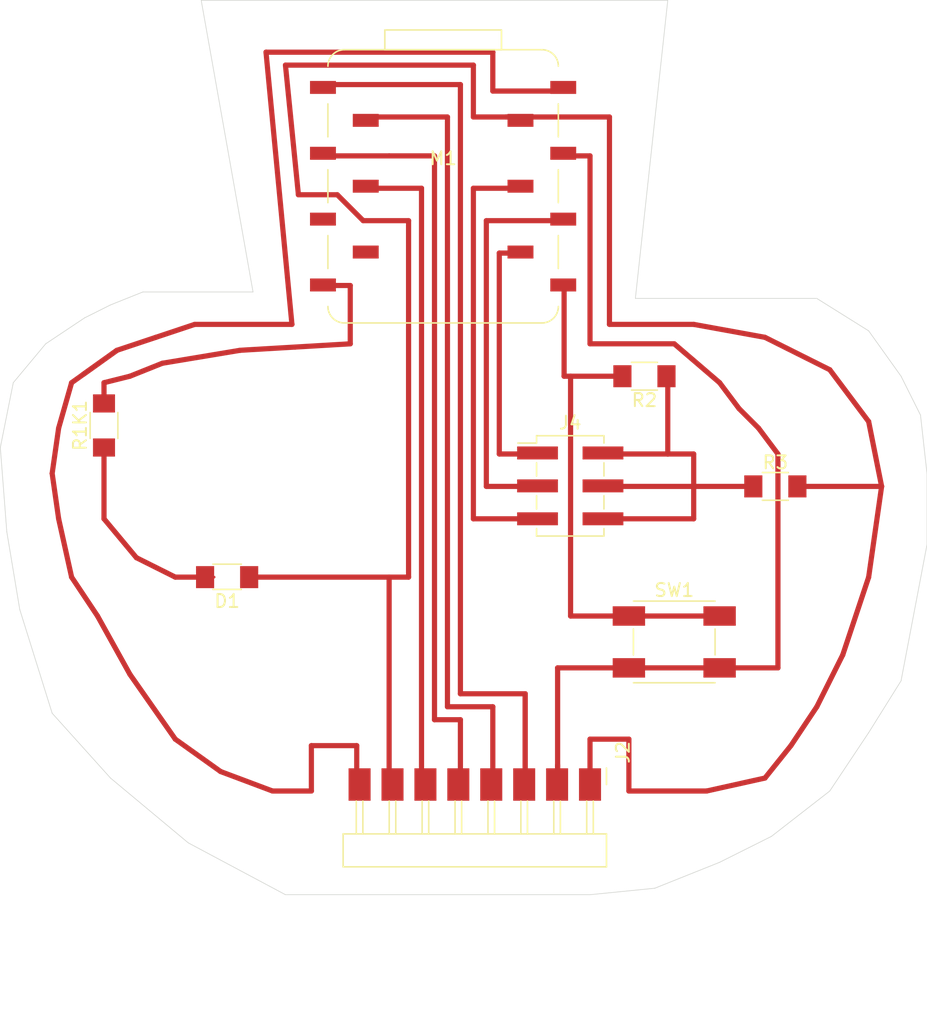
<source format=kicad_pcb>
(kicad_pcb (version 20240108) (generator "pcbnew") (generator_version "8.0")
  (layers (0 "F.Cu" signal) (31 "B.Cu" signal) (34 "B.Paste" user) (35 "F.Paste" user) (36 "B.SilkS" user "B.Silkscreen") (37 "F.SilkS" user "F.Silkscreen") (38 "B.Mask" user) (39 "F.Mask" user) (44 "Edge.Cuts" user))
  (net 0 "")
  (net 1 "Net-(D1-A)")
  (net 2 "PWR_GND")
  (net 3 "A0")
  (net 4 "A2")
  (net 5 "A3")
  (net 6 "PWR_5V")
  (net 7 "PWR_3V3")
  (net 8 "A1")
  (net 9 "A10")
  (net 10 "A9")
  (net 11 "A8")
  (net 12 "A7")
  (net 14 "A6")
  (footprint "fab:R_1206" (layer "F.Cu") (at 115 112.8 90)
    (property "Reference" "R1K1" (at 0 -1.85 270) (layer "F.SilkS"))
    (property "Value" "R_1206")
    (fp_line (start -1 -1.07) (end 1 -1.07) (stroke (width 0.12)) (layer "F.SilkS"))
    (fp_line (start 1 1.07) (end -1 1.07) (stroke (width 0.12)) (layer "F.SilkS"))
    (pad "1" smd rect (at -1.7 0 90) (size 1.4 1.7) (layers "F.Cu" "F.Paste" "F.Mask") (net 1 "Net-(D1-A)"))
    (pad "2" smd rect (at 1.7 0 90) (size 1.4 1.7) (layers "F.Cu" "F.Paste" "F.Mask") (net 14 "A6"))
  )
  (footprint "fab:PinHeader_2x03_P2.54mm_Vertical_SMD" (layer "F.Cu") (at 150.975 117.46)
    (property "Reference" "J4" (at 0 -4.87 0) (layer "F.SilkS"))
    (property "Value" "Conn_PinHeader_2x03_P2.54mm_Vertical_SMD")
    (fp_line (start -4.04 -3.3) (end -2.6 -3.3) (stroke (width 0.12)) (layer "F.SilkS"))
    (fp_line (start -2.6 -3.87) (end -2.6 -3.3) (stroke (width 0.12)) (layer "F.SilkS"))
    (fp_line (start -2.6 -3.87) (end 2.6 -3.87) (stroke (width 0.12)) (layer "F.SilkS"))
    (fp_line (start -2.6 -1.78) (end -2.6 -0.76) (stroke (width 0.12)) (layer "F.SilkS"))
    (fp_line (start -2.6 0.76) (end -2.6 1.78) (stroke (width 0.12)) (layer "F.SilkS"))
    (fp_line (start -2.6 3.3) (end -2.6 3.87) (stroke (width 0.12)) (layer "F.SilkS"))
    (fp_line (start -2.6 3.87) (end 2.6 3.87) (stroke (width 0.12)) (layer "F.SilkS"))
    (fp_line (start 2.6 -3.87) (end 2.6 -3.3) (stroke (width 0.12)) (layer "F.SilkS"))
    (fp_line (start 2.6 -1.78) (end 2.6 -0.76) (stroke (width 0.12)) (layer "F.SilkS"))
    (fp_line (start 2.6 0.76) (end 2.6 1.78) (stroke (width 0.12)) (layer "F.SilkS"))
    (fp_line (start 2.6 3.3) (end 2.6 3.87) (stroke (width 0.12)) (layer "F.SilkS"))
    (pad "1" smd rect (at -2.525 -2.54) (size 3.15 1) (layers "F.Cu" "F.Paste" "F.Mask") (net 11 "A8"))
    (pad "2" smd rect (at 2.525 -2.54) (size 3.15 1) (layers "F.Cu" "F.Paste" "F.Mask") (net 2 "PWR_GND"))
    (pad "3" smd rect (at -2.525 0) (size 3.15 1) (layers "F.Cu" "F.Paste" "F.Mask") (net 10 "A9"))
    (pad "4" smd rect (at 2.525 0) (size 3.15 1) (layers "F.Cu" "F.Paste" "F.Mask") (net 2 "PWR_GND"))
    (pad "5" smd rect (at -2.525 2.54) (size 3.15 1) (layers "F.Cu" "F.Paste" "F.Mask") (net 9 "A10"))
    (pad "6" smd rect (at 2.525 2.54) (size 3.15 1) (layers "F.Cu" "F.Paste" "F.Mask") (net 2 "PWR_GND"))
  )
  (footprint "fab:Button_Omron_B3SN_6.0x6.0mm" (layer "F.Cu") (at 159 129.5)
    (property "Reference" "SW1" (at 0 -4 360) (layer "F.SilkS"))
    (property "Value" "Switch_Tactile_Omron")
    (fp_line (start -3.15 -3.15) (end 3.15 -3.15) (stroke (width 0.12)) (layer "F.SilkS"))
    (fp_line (start -3.15 1) (end -3.15 -1) (stroke (width 0.12)) (layer "F.SilkS"))
    (fp_line (start 3.15 -1) (end 3.15 1) (stroke (width 0.12)) (layer "F.SilkS"))
    (fp_line (start 3.15 3.15) (end -3.15 3.15) (stroke (width 0.12)) (layer "F.SilkS"))
    (pad "1" smd rect (at -3.5 -2) (size 2.5 1.5) (layers "F.Cu" "F.Paste" "F.Mask") (net 12 "A7"))
    (pad "1" smd rect (at 3.5 -2) (size 2.5 1.5) (layers "F.Cu" "F.Paste" "F.Mask") (net 12 "A7"))
    (pad "2" smd rect (at -3.5 2) (size 2.5 1.5) (layers "F.Cu" "F.Paste" "F.Mask") (net 7 "PWR_3V3"))
    (pad "2" smd rect (at 3.5 2) (size 2.5 1.5) (layers "F.Cu" "F.Paste" "F.Mask") (net 7 "PWR_3V3"))
  )
  (footprint "fab:SeeedStudio_XIAO_SocketSMD" (layer "F.Cu") (at 141.165 94.34)
    (property "Reference" "M1" (at 0.0025 -2.149 0) (layer "F.SilkS"))
    (property "Value" "Module_XIAO-RP2040_SocketSMD")
    (fp_line (start -8.89 -6.35) (end -8.89 -3.81) (stroke (width 0.12)) (layer "F.SilkS"))
    (fp_line (start -8.89 -1.27) (end -8.89 1.27) (stroke (width 0.12)) (layer "F.SilkS"))
    (fp_line (start -8.89 3.81) (end -8.89 6.35) (stroke (width 0.12)) (layer "F.SilkS"))
    (fp_line (start -7.6175 -10.531) (end 7.6225 -10.531) (stroke (width 0.12)) (layer "F.SilkS"))
    (fp_line (start 7.6225 10.551) (end -7.6175 10.551) (stroke (width 0.12)) (layer "F.SilkS"))
    (fp_line (start 8.89 -6.35) (end 8.89 -3.81) (stroke (width 0.12)) (layer "F.SilkS"))
    (fp_line (start 8.89 -1.27) (end 8.89 1.27) (stroke (width 0.12)) (layer "F.SilkS"))
    (fp_line (start 8.89 3.81) (end 8.89 6.35) (stroke (width 0.12)) (layer "F.SilkS"))
    (fp_rect (start -4.4975 -10.531) (end 4.5025 -12.055) (stroke (width 0.12)) (fill none) (layer "F.SilkS"))
    (fp_arc (start -8.8875 -9.261) (mid -8.515526 -10.159026) (end -7.6175 -10.531) (stroke (width 0.12)) (layer "F.SilkS"))
    (fp_arc (start -7.6175 10.551) (mid -8.515526 10.179026) (end -8.8875 9.281) (stroke (width 0.12)) (layer "F.SilkS"))
    (fp_arc (start 7.6225 -10.531) (mid 8.520526 -10.159026) (end 8.8925 -9.261) (stroke (width 0.12)) (layer "F.SilkS"))
    (fp_arc (start 8.8925 9.281) (mid 8.520526 10.179026) (end 7.6225 10.551) (stroke (width 0.12)) (layer "F.SilkS"))
    (pad "1" smd rect (at -9.27 -7.62) (size 2 1) (layers "F.Cu" "F.Paste" "F.Mask") (net 3 "A0"))
    (pad "2" smd rect (at -5.97 -5.08) (size 2 1) (layers "F.Cu" "F.Paste" "F.Mask") (net 8 "A1"))
    (pad "3" smd rect (at -9.27 -2.54) (size 2 1) (layers "F.Cu" "F.Paste" "F.Mask") (net 4 "A2"))
    (pad "4" smd rect (at -5.97 0) (size 2 1) (layers "F.Cu" "F.Paste" "F.Mask") (net 5 "A3"))
    (pad "5" smd rect (at -9.27 2.54) (size 2 1) (layers "F.Cu" "F.Paste" "F.Mask"))
    (pad "6" smd rect (at -5.97 5.08) (size 2 1) (layers "F.Cu" "F.Paste" "F.Mask"))
    (pad "7" smd rect (at -9.27 7.62) (size 2 1) (layers "F.Cu" "F.Paste" "F.Mask") (net 14 "A6"))
    (pad "8" smd rect (at 9.27 7.62) (size 2 1) (layers "F.Cu" "F.Paste" "F.Mask") (net 12 "A7"))
    (pad "9" smd rect (at 5.97 5.08) (size 2 1) (layers "F.Cu" "F.Paste" "F.Mask") (net 11 "A8"))
    (pad "10" smd rect (at 9.27 2.54) (size 2 1) (layers "F.Cu" "F.Paste" "F.Mask") (net 10 "A9"))
    (pad "11" smd rect (at 5.97 0) (size 2 1) (layers "F.Cu" "F.Paste" "F.Mask") (net 9 "A10"))
    (pad "12" smd rect (at 9.27 -2.54) (size 2 1) (layers "F.Cu" "F.Paste" "F.Mask") (net 7 "PWR_3V3"))
    (pad "13" smd rect (at 5.97 -5.08) (size 2 1) (layers "F.Cu" "F.Paste" "F.Mask") (net 2 "PWR_GND"))
    (pad "14" smd rect (at 9.27 -7.62) (size 2 1) (layers "F.Cu" "F.Paste" "F.Mask") (net 6 "PWR_5V"))
  )
  (footprint "fab:PinHeader_1x08_P2.54mm_Horizontal_SMD" (layer "F.Cu") (at 152.5 140.5 -90)
    (property "Reference" "J2" (at -1.524 -2.54 90) (layer "F.SilkS") (effects (justify left)))
    (property "Value" "Conn_PinHeader_1x08_P2.54mm_Horizontal_SMD")
    (fp_line (start 3.81 19.05) (end 3.81 -1.27) (stroke (width 0.12)) (layer "F.SilkS"))
    (fp_line (start 6.35 19.05) (end 3.81 19.05) (stroke (width 0.12)) (layer "F.SilkS"))
    (fp_line (start 3.81 18.034) (end 1.27 18.034) (stroke (width 0.12)) (layer "F.SilkS"))
    (fp_line (start 3.81 17.526) (end 1.27 17.526) (stroke (width 0.12)) (layer "F.SilkS"))
    (fp_line (start 3.81 15.494) (end 1.27 15.494) (stroke (width 0.12)) (layer "F.SilkS"))
    (fp_line (start 3.81 14.986) (end 1.27 14.986) (stroke (width 0.12)) (layer "F.SilkS"))
    (fp_line (start 3.81 12.954) (end 1.27 12.954) (stroke (width 0.12)) (layer "F.SilkS"))
    (fp_line (start 3.81 12.446) (end 1.27 12.446) (stroke (width 0.12)) (layer "F.SilkS"))
    (fp_line (start 3.81 10.414) (end 1.27 10.414) (stroke (width 0.12)) (layer "F.SilkS"))
    (fp_line (start 3.81 9.906) (end 1.27 9.906) (stroke (width 0.12)) (layer "F.SilkS"))
    (fp_line (start 3.81 7.874) (end 1.27 7.874) (stroke (width 0.12)) (layer "F.SilkS"))
    (fp_line (start 3.81 7.366) (end 1.27 7.366) (stroke (width 0.12)) (layer "F.SilkS"))
    (fp_line (start 3.81 5.334) (end 1.27 5.334) (stroke (width 0.12)) (layer "F.SilkS"))
    (fp_line (start 3.81 4.826) (end 1.27 4.826) (stroke (width 0.12)) (layer "F.SilkS"))
    (fp_line (start 3.81 2.794) (end 1.27 2.794) (stroke (width 0.12)) (layer "F.SilkS"))
    (fp_line (start 3.81 2.286) (end 1.27 2.286) (stroke (width 0.12)) (layer "F.SilkS"))
    (fp_line (start 3.81 0.254) (end 1.27 0.254) (stroke (width 0.12)) (layer "F.SilkS"))
    (fp_line (start 3.81 -0.254) (end 1.27 -0.254) (stroke (width 0.12)) (layer "F.SilkS"))
    (fp_line (start -1.27 -1.27) (end 0 -1.27) (stroke (width 0.12)) (layer "F.SilkS"))
    (fp_line (start 3.81 -1.27) (end 6.35 -1.27) (stroke (width 0.12)) (layer "F.SilkS"))
    (fp_line (start 6.35 -1.27) (end 6.35 19.05) (stroke (width 0.12)) (layer "F.SilkS"))
    (pad "1" smd rect (at 0 0 270) (size 2.5 1.7) (layers "F.Cu" "F.Paste" "F.Mask") (net 2 "PWR_GND"))
    (pad "2" smd rect (at 0 2.54 270) (size 2.5 1.7) (layers "F.Cu" "F.Paste" "F.Mask") (net 7 "PWR_3V3"))
    (pad "3" smd rect (at 0 5.08 270) (size 2.5 1.7) (layers "F.Cu" "F.Paste" "F.Mask") (net 3 "A0"))
    (pad "4" smd rect (at 0 7.62 270) (size 2.5 1.7) (layers "F.Cu" "F.Paste" "F.Mask") (net 8 "A1"))
    (pad "5" smd rect (at 0 10.16 270) (size 2.5 1.7) (layers "F.Cu" "F.Paste" "F.Mask") (net 4 "A2"))
    (pad "6" smd rect (at 0 12.7 270) (size 2.5 1.7) (layers "F.Cu" "F.Paste" "F.Mask") (net 5 "A3"))
    (pad "7" smd rect (at 0 15.24 270) (size 2.5 1.7) (layers "F.Cu" "F.Paste" "F.Mask") (net 2 "PWR_GND"))
    (pad "8" smd rect (at 0 17.78 270) (size 2.5 1.7) (layers "F.Cu" "F.Paste" "F.Mask") (net 6 "PWR_5V"))
  )
  (footprint "fab:R_1206" (layer "F.Cu") (at 156.7 109 180)
    (property "Reference" "R2" (at 0 -1.85 180) (layer "F.SilkS"))
    (property "Value" "R_1206")
    (fp_line (start 1 1.07) (end -1 1.07) (stroke (width 0.12)) (layer "F.SilkS"))
    (fp_line (start -1 -1.07) (end 1 -1.07) (stroke (width 0.12)) (layer "F.SilkS"))
    (pad "1" smd rect (at -1.7 0 180) (size 1.4 1.7) (layers "F.Cu" "F.Paste" "F.Mask") (net 2 "PWR_GND"))
    (pad "2" smd rect (at 1.7 0 180) (size 1.4 1.7) (layers "F.Cu" "F.Paste" "F.Mask") (net 12 "A7"))
  )
  (footprint "fab:R_1206" (layer "F.Cu") (at 166.8 117.5)
    (property "Reference" "R3" (at 0 -1.85 0) (layer "F.SilkS"))
    (property "Value" "R_1206")
    (fp_line (start -1 -1.07) (end 1 -1.07) (stroke (width 0.12)) (layer "F.SilkS"))
    (fp_line (start 1 1.07) (end -1 1.07) (stroke (width 0.12)) (layer "F.SilkS"))
    (pad "1" smd rect (at -1.7 0) (size 1.4 1.7) (layers "F.Cu" "F.Paste" "F.Mask") (net 2 "PWR_GND"))
    (pad "2" smd rect (at 1.7 0) (size 1.4 1.7) (layers "F.Cu" "F.Paste" "F.Mask") (net 2 "PWR_GND"))
  )
  (footprint "fab:LED_1206" (layer "F.Cu") (at 124.5 124.5 180)
    (property "Reference" "D1" (at 0 -1.85 180) (layer "F.SilkS"))
    (property "Value" "LED_Luminus_1206")
    (fp_line (start -1.1 1) (end 1.1 1) (stroke (width 0.12)) (layer "F.SilkS"))
    (fp_line (start -1.1 -0.95) (end 1.1 -0.95) (stroke (width 0.12)) (layer "F.SilkS"))
    (pad "1" smd rect (at -1.7 0 180) (size 1.4 1.7) (layers "F.Cu" "F.Paste" "F.Mask") (net 2 "PWR_GND"))
    (pad "2" smd rect (at 1.7 0 180) (size 1.4 1.7) (layers "F.Cu" "F.Paste" "F.Mask") (net 1 "Net-(D1-A)"))
  )
  (gr_line (start 115 109.5) (end 115 110.5) (stroke (width 0.4)) (layer "F.Cu") (net 14))
  (gr_line (start 150.5 92) (end 152.5 92) (stroke (width 0.2)) (layer "F.Cu") (net 7))
  (gr_line (start 143.5 89) (end 143.5 85) (stroke (width 0.2)) (layer "F.Cu") (net 2))
  (gr_line (start 156 127.5) (end 161.5 127.5) (stroke (width 0.4)) (layer "F.Cu") (net 12))
  (gr_line (start 174 112.5) (end 175 117.5) (stroke (width 0.4)) (layer "F.Cu") (net 2))
  (gr_line (start 154 102.5) (end 154 105) (stroke (width 0.2)) (layer "F.Cu") (net 2))
  (gr_line (start 117 109) (end 115 109.5) (stroke (width 0.4)) (layer "F.Cu") (net 14))
  (gr_line (start 150 131.5) (end 150 140) (stroke (width 0.2)) (layer "F.Cu") (net 7))
  (gr_line (start 116 107) (end 112.5 109.5) (stroke (width 0.4)) (layer "F.Cu") (net 6))
  (gr_line (start 143.5 85) (end 129 85) (stroke (width 0.4)) (layer "F.Cu") (net 2))
  (gr_line (start 124 139.5) (end 128 141) (stroke (width 0.4)) (layer "F.Cu") (net 6))
  (gr_line (start 162.5 109.5) (end 164 111.5) (stroke (width 0.2)) (layer "F.Cu") (net 7))
  (gr_line (start 135 97) (end 138.5 97) (stroke (width 0.4)) (layer "F.Cu") (net 2))
  (gr_line (start 150.5 109) (end 155 109) (stroke (width 0.4)) (layer "F.Cu") (net 12))
  (gr_line (start 137 124.5) (end 138 124.5) (stroke (width 0.2)) (layer "F.Cu") (net 2))
  (gr_line (start 158.5 109.5) (end 158.5 115) (stroke (width 0.4)) (layer "F.Cu") (net 2))
  (gr_line (start 129.5 105) (end 122 105) (stroke (width 0.2)) (layer "F.Cu") (net 6))
  (gr_line (start 140.5 92) (end 140.5 135.5) (stroke (width 0.2)) (layer "F.Cu") (net 4))
  (gr_line (start 160.5 115) (end 160.5 120) (stroke (width 0.4)) (layer "F.Cu") (net 2))
  (gr_line (start 158.5 115) (end 160.5 115) (stroke (width 0.4)) (layer "F.Cu") (net 2))
  (gr_line (start 155 131.5) (end 150 131.5) (stroke (width 0.2)) (layer "F.Cu") (net 7))
  (gr_line (start 134 106.5) (end 125.5 107) (stroke (width 0.2)) (layer "F.Cu") (net 14))
  (gr_line (start 163.5 131.5) (end 167 131.5) (stroke (width 0.4)) (layer "F.Cu") (net 7))
  (gr_line (start 132 102) (end 134 102) (stroke (width 0.4)) (layer "F.Cu") (net 14))
  (gr_line (start 119.5 108) (end 117 109) (stroke (width 0.2)) (layer "F.Cu") (net 14))
  (gr_line (start 166 106) (end 171 108.5) (stroke (width 0.4)) (layer "F.Cu") (net 2))
  (gr_line (start 113.375 108.875) (end 116 107) (stroke (width 0.4)) (layer "F.Cu") (net 6))
  (gr_line (start 117 109) (end 115 109.5) (stroke (width 0.2)) (layer "F.Cu") (net 14))
  (gr_line (start 112.5 124.5) (end 114.5 127.5) (stroke (width 0.4)) (layer "F.Cu") (net 6))
  (gr_line (start 111.5 120) (end 112.5 124.5) (stroke (width 0.4)) (layer "F.Cu") (net 6))
  (gr_line (start 170 134.5) (end 168 137.5) (stroke (width 0.4)) (layer "F.Cu") (net 2))
  (gr_line (start 164 111.5) (end 162.5 109.5) (stroke (width 0.4)) (layer "F.Cu") (net 7))
  (gr_line (start 175 117.5) (end 169 117.5) (stroke (width 0.4)) (layer "F.Cu") (net 2))
  (gr_line (start 138.5 124.5) (end 138.5 97) (stroke (width 0.2)) (layer "F.Cu") (net 2))
  (gr_line (start 134 102) (end 134 106.5) (stroke (width 0.4)) (layer "F.Cu") (net 14))
  (gr_line (start 152.5 137) (end 152.5 139.5) (stroke (width 0.4)) (layer "F.Cu") (net 2))
  (gr_line (start 123 107.5) (end 119.5 108) (stroke (width 0.2)) (layer "F.Cu") (net 14))
  (gr_line (start 134.5 140) (end 134.5 137.5) (stroke (width 0.4)) (layer "F.Cu") (net 6))
  (gr_line (start 145.5 99.5) (end 145.5 115) (stroke (width 0.4)) (layer "F.Cu") (net 11))
  (gr_line (start 152.5 106.5) (end 159 106.5) (stroke (width 0.2)) (layer "F.Cu") (net 7))
  (gr_line (start 152.5 106.5) (end 152.5 105) (stroke (width 0.2)) (layer "F.Cu") (net 7))
  (gr_line (start 162.5 109.5) (end 159 106.5) (stroke (width 0.4)) (layer "F.Cu") (net 7))
  (gr_line (start 119.5 108) (end 117 109) (stroke (width 0.4)) (layer "F.Cu") (net 14))
  (gr_line (start 141.5 134.5) (end 145 134.5) (stroke (width 0.4)) (layer "F.Cu") (net 8))
  (gr_line (start 119 106) (end 122 105) (stroke (width 0.4)) (layer "F.Cu") (net 6))
  (gr_line (start 160.5 115) (end 154.5 115) (stroke (width 0.2)) (layer "F.Cu") (net 2))
  (gr_line (start 127.5 84) (end 129.5 105) (stroke (width 0.2)) (layer "F.Cu") (net 6))
  (gr_line (start 146.5 94.5) (end 143.5 94.5) (stroke (width 0.2)) (layer "F.Cu") (net 9))
  (gr_line (start 146.5 89) (end 143.5 89) (stroke (width 0.2)) (layer "F.Cu") (net 2))
  (gr_line (start 161.5 141) (end 155.5 141) (stroke (width 0.4)) (layer "F.Cu") (net 2))
  (gr_line (start 135 94.5) (end 139.5 94.5) (stroke (width 0.2)) (layer "F.Cu") (net 5))
  (gr_line (start 146.25 99.5) (end 145.5 99.5) (stroke (width 0.4)) (layer "F.Cu") (net 11))
  (gr_line (start 137 92) (end 140.5 92) (stroke (width 0.4)) (layer "F.Cu") (net 4))
  (gr_line (start 155 117.5) (end 165 117.5) (stroke (width 0.2)) (layer "F.Cu") (net 2))
  (gr_line (start 145 134.5) (end 145 140) (stroke (width 0.2)) (layer "F.Cu") (net 8))
  (gr_line (start 145 84) (end 127.5 84) (stroke (width 0.2)) (layer "F.Cu") (net 6))
  (gr_line (start 158.5 109) (end 158.5 115) (stroke (width 0.2)) (layer "F.Cu") (net 2))
  (gr_line (start 170.5 117.5) (end 175 117.5) (stroke (width 0.2)) (layer "F.Cu") (net 2))
  (gr_line (start 168 137.5) (end 170 134.5) (stroke (width 0.2)) (layer "F.Cu") (net 2))
  (gr_line (start 115 120) (end 117.5 123) (stroke (width 0.2)) (layer "F.Cu") (net 1))
  (gr_line (start 137 124.5) (end 137 140.5) (stroke (width 0.2)) (layer "F.Cu") (net 2))
  (gr_line (start 167 131.5) (end 167 115) (stroke (width 0.4)) (layer "F.Cu") (net 7))
  (gr_line (start 129.75 106.75) (end 125.5 107) (stroke (width 0.4)) (layer "F.Cu") (net 14))
  (gr_line (start 154 120) (end 160.5 120) (stroke (width 0.2)) (layer "F.Cu") (net 2))
  (gr_line (start 132.5 92) (end 140.5 92) (stroke (width 0.2)) (layer "F.Cu") (net 4))
  (gr_line (start 138.5 124.5) (end 126.5 124.5) (stroke (width 0.4)) (layer "F.Cu") (net 2))
  (gr_line (start 160.5 105) (end 166 106) (stroke (width 0.2)) (layer "F.Cu") (net 2))
  (gr_line (start 168 137.5) (end 166 140) (stroke (width 0.4)) (layer "F.Cu") (net 2))
  (gr_line (start 137 92) (end 132.5 92) (stroke (width 0.4)) (layer "F.Cu") (net 4))
  (gr_line (start 131 137.5) (end 134.5 137.5) (stroke (width 0.2)) (layer "F.Cu") (net 6))
  (gr_line (start 115 120) (end 117.5 123) (stroke (width 0.4)) (layer "F.Cu") (net 1))
  (gr_line (start 174 124.5) (end 172 130.5) (stroke (width 0.4)) (layer "F.Cu") (net 2))
  (gr_line (start 134 102) (end 134 106.5) (stroke (width 0.2)) (layer "F.Cu") (net 14))
  (gr_line (start 129.5 105) (end 127.5 84) (stroke (width 0.4)) (layer "F.Cu") (net 6))
  (gr_line (start 112.5 109.5) (end 111.5 113) (stroke (width 0.4)) (layer "F.Cu") (net 6))
  (gr_line (start 145.5 115) (end 147 115) (stroke (width 0.4)) (layer "F.Cu") (net 11))
  (gr_line (start 167 131.5) (end 162 131.5) (stroke (width 0.2)) (layer "F.Cu") (net 7))
  (gr_line (start 133 95) (end 135 97) (stroke (width 0.4)) (layer "F.Cu") (net 2))
  (gr_line (start 145 87) (end 150.5 87) (stroke (width 0.4)) (layer "F.Cu") (net 6))
  (gr_line (start 147.5 133.5) (end 147.5 140.5) (stroke (width 0.2)) (layer "F.Cu") (net 3))
  (gr_line (start 139.5 94.5) (end 136 94.5) (stroke (width 0.4)) (layer "F.Cu") (net 5))
  (gr_line (start 152.5 92) (end 151.5 92) (stroke (width 0.4)) (layer "F.Cu") (net 7))
  (gr_line (start 150 139.5) (end 150 131.5) (stroke (width 0.4)) (layer "F.Cu") (net 7))
  (gr_line (start 139.5 136.5) (end 139.5 140) (stroke (width 0.2)) (layer "F.Cu") (net 5))
  (gr_line (start 143.5 120) (end 147 120) (stroke (width 0.4)) (layer "F.Cu") (net 9))
  (gr_line (start 143.5 94.5) (end 143.5 120) (stroke (width 0.4)) (layer "F.Cu") (net 9))
  (gr_line (start 172 130.5) (end 170 134.5) (stroke (width 0.4)) (layer "F.Cu") (net 2))
  (gr_line (start 122 105) (end 116 107) (stroke (width 0.2)) (layer "F.Cu") (net 6))
  (gr_line (start 127.5 84) (end 145 84) (stroke (width 0.4)) (layer "F.Cu") (net 6))
  (gr_line (start 150 131.5) (end 154.5 131.5) (stroke (width 0.4)) (layer "F.Cu") (net 7))
  (gr_line (start 158.5 115) (end 154.5 115) (stroke (width 0.4)) (layer "F.Cu") (net 2))
  (gr_line (start 150.5 102) (end 150.5 109) (stroke (width 0.4)) (layer "F.Cu") (net 12))
  (gr_line (start 174 112.5) (end 175 117.5) (stroke (width 0.2)) (layer "F.Cu") (net 2))
  (gr_line (start 115 114.5) (end 115 120) (stroke (width 0.2)) (layer "F.Cu") (net 1))
  (gr_line (start 170.5 117.5) (end 169 117.5) (stroke (width 0.2)) (layer "F.Cu") (net 2))
  (gr_line (start 130 95) (end 133 95) (stroke (width 0.4)) (layer "F.Cu") (net 2))
  (gr_line (start 145 134.5) (end 145 140) (stroke (width 0.4)) (layer "F.Cu") (net 8))
  (gr_line (start 138.5 97) (end 138.5 124.5) (stroke (width 0.4)) (layer "F.Cu") (net 2))
  (gr_line (start 141.5 89) (end 141.5 134.5) (stroke (width 0.4)) (layer "F.Cu") (net 8))
  (gr_line (start 154.5 131.5) (end 156.5 131.5) (stroke (width 0.4)) (layer "F.Cu") (net 7))
  (gr_line (start 167 127.5) (end 167 131.5) (stroke (width 0.2)) (layer "F.Cu") (net 7))
  (gr_line (start 151 127.5) (end 156 127.5) (stroke (width 0.2)) (layer "F.Cu") (net 12))
  (gr_line (start 172 130.5) (end 173.5 126) (stroke (width 0.2)) (layer "F.Cu") (net 2))
  (gr_line (start 154 102.5) (end 154 89) (stroke (width 0.2)) (layer "F.Cu") (net 2))
  (gr_line (start 132.5 92) (end 140.5 92) (stroke (width 0.2)) (layer "F.Cu") (net 4))
  (gr_line (start 160.5 120) (end 154.5 120) (stroke (width 0.4)) (layer "F.Cu") (net 2))
  (gr_line (start 156.5 131.5) (end 162 131.5) (stroke (width 0.4)) (layer "F.Cu") (net 7))
  (gr_line (start 132.5 92) (end 140.5 92) (stroke (width 0.2)) (layer "F.Cu") (net 4))
  (gr_line (start 138 124.5) (end 138.5 124.5) (stroke (width 0.2)) (layer "F.Cu") (net 2))
  (gr_line (start 143.5 120) (end 147 120) (stroke (width 0.2)) (layer "F.Cu") (net 9))
  (gr_line (start 175 117.5) (end 174 124.5) (stroke (width 0.4)) (layer "F.Cu") (net 2))
  (gr_line (start 154 89) (end 154 105) (stroke (width 0.4)) (layer "F.Cu") (net 2))
  (gr_line (start 152.5 106.5) (end 152.5 92) (stroke (width 0.4)) (layer "F.Cu") (net 7))
  (gr_line (start 139.5 140) (end 139.5 94.5) (stroke (width 0.4)) (layer "F.Cu") (net 5))
  (gr_line (start 162 131.5) (end 155 131.5) (stroke (width 0.2)) (layer "F.Cu") (net 7))
  (gr_line (start 145 84) (end 145 84) (stroke (width 0.4)) (layer "F.Cu") (net 6))
  (gr_line (start 145.5 115) (end 147 115) (stroke (width 0.2)) (layer "F.Cu") (net 11))
  (gr_line (start 143.5 89) (end 146.5 89) (stroke (width 0.4)) (layer "F.Cu") (net 2))
  (gr_line (start 147.5 133.5) (end 147.5 139.5) (stroke (width 0.4)) (layer "F.Cu") (net 3))
  (gr_line (start 116 107) (end 119 106) (stroke (width 0.4)) (layer "F.Cu") (net 6))
  (gr_line (start 120.5 124.5) (end 123.5 124.5) (stroke (width 0.2)) (layer "F.Cu") (net 1))
  (gr_line (start 143.5 120) (end 147 120) (stroke (width 0.2)) (layer "F.Cu") (net 9))
  (gr_line (start 115 109.5) (end 115 110.5) (stroke (width 0.2)) (layer "F.Cu") (net 14))
  (gr_line (start 139.5 94.5) (end 139.5 136.5) (stroke (width 0.2)) (layer "F.Cu") (net 5))
  (gr_line (start 146 89) (end 146.5 89) (stroke (width 0.4)) (layer "F.Cu") (net 2))
  (gr_line (start 143.5 89) (end 143.5 85) (stroke (width 0.4)) (layer "F.Cu") (net 2))
  (gr_line (start 117.5 123) (end 120.5 124.5) (stroke (width 0.2)) (layer "F.Cu") (net 1))
  (gr_line (start 146.5 94.5) (end 143.5 94.5) (stroke (width 0.2)) (layer "F.Cu") (net 9))
  (gr_line (start 161.5 127.5) (end 162 127.5) (stroke (width 0.4)) (layer "F.Cu") (net 12))
  (gr_line (start 155.5 137) (end 152.5 137) (stroke (width 0.4)) (layer "F.Cu") (net 2))
  (gr_line (start 166 140) (end 168 137.5) (stroke (width 0.2)) (layer "F.Cu") (net 2))
  (gr_line (start 147 117.5) (end 144.5 117.5) (stroke (width 0.4)) (layer "F.Cu") (net 10))
  (gr_line (start 160.5 105) (end 166 106) (stroke (width 0.4)) (layer "F.Cu") (net 2))
  (gr_line (start 144.5 117.5) (end 147.5 117.5) (stroke (width 0.2)) (layer "F.Cu") (net 10))
  (gr_line (start 144.5 117.5) (end 144.5 97) (stroke (width 0.4)) (layer "F.Cu") (net 10))
  (gr_line (start 150 139) (end 150 139.5) (stroke (width 0.4)) (layer "F.Cu") (net 7))
  (gr_line (start 129 85) (end 130 95) (stroke (width 0.4)) (layer "F.Cu") (net 2))
  (gr_line (start 111 116.5) (end 111.5 120) (stroke (width 0.4)) (layer "F.Cu") (net 6))
  (gr_line (start 151 109) (end 155 109) (stroke (width 0.2)) (layer "F.Cu") (net 12))
  (gr_line (start 160.5 120) (end 160.5 115) (stroke (width 0.2)) (layer "F.Cu") (net 2))
  (gr_line (start 144.5 97) (end 149.5 97) (stroke (width 0.4)) (layer "F.Cu") (net 10))
  (gr_line (start 132.5 86.5) (end 142.5 86.5) (stroke (width 0.4)) (layer "F.Cu") (net 3))
  (gr_line (start 159 106.5) (end 152.5 106.5) (stroke (width 0.4)) (layer "F.Cu") (net 7))
  (gr_line (start 136 89) (end 141.5 89) (stroke (width 0.4)) (layer "F.Cu") (net 8))
  (gr_line (start 175 117.5) (end 174 124.5) (stroke (width 0.2)) (layer "F.Cu") (net 2))
  (gr_line (start 163 127.5) (end 156 127.5) (stroke (width 0.2)) (layer "F.Cu") (net 12))
  (gr_line (start 125.5 107) (end 119.5 108) (stroke (width 0.4)) (layer "F.Cu") (net 14))
  (gr_line (start 155.5 141) (end 161.5 141) (stroke (width 0.2)) (layer "F.Cu") (net 2))
  (gr_line (start 142.5 86.5) (end 142.5 133.5) (stroke (width 0.2)) (layer "F.Cu") (net 3))
  (gr_line (start 171 108.5) (end 174 112.5) (stroke (width 0.4)) (layer "F.Cu") (net 2))
  (gr_line (start 120.5 137) (end 124 139.5) (stroke (width 0.4)) (layer "F.Cu") (net 6))
  (gr_line (start 152.5 137) (end 155.5 137) (stroke (width 0.2)) (layer "F.Cu") (net 2))
  (gr_line (start 171 108.5) (end 174 112.5) (stroke (width 0.2)) (layer "F.Cu") (net 2))
  (gr_line (start 154 89) (end 147.5 89) (stroke (width 0.2)) (layer "F.Cu") (net 2))
  (gr_line (start 152.5 140.5) (end 152.5 137) (stroke (width 0.2)) (layer "F.Cu") (net 2))
  (gr_line (start 147.5 89) (end 154 89) (stroke (width 0.4)) (layer "F.Cu") (net 2))
  (gr_line (start 131 137.5) (end 131 141) (stroke (width 0.4)) (layer "F.Cu") (net 6))
  (gr_line (start 151 127.5) (end 154.5 127.5) (stroke (width 0.4)) (layer "F.Cu") (net 12))
  (gr_line (start 140.5 135.5) (end 142.5 135.5) (stroke (width 0.4)) (layer "F.Cu") (net 4))
  (gr_line (start 141.5 134.5) (end 145 134.5) (stroke (width 0.2)) (layer "F.Cu") (net 8))
  (gr_line (start 134.5 137.5) (end 131 137.5) (stroke (width 0.4)) (layer "F.Cu") (net 6))
  (gr_line (start 147.5 133.5) (end 142.5 133.5) (stroke (width 0.4)) (layer "F.Cu") (net 3))
  (gr_line (start 132 102) (end 134 102) (stroke (width 0.2)) (layer "F.Cu") (net 14))
  (gr_line (start 126.5 124.5) (end 137 124.5) (stroke (width 0.2)) (layer "F.Cu") (net 2))
  (gr_line (start 111.5 113) (end 111 116.5) (stroke (width 0.4)) (layer "F.Cu") (net 6))
  (gr_line (start 147 99.5) (end 145.5 99.5) (stroke (width 0.2)) (layer "F.Cu") (net 11))
  (gr_line (start 128 141) (end 131 141) (stroke (width 0.4)) (layer "F.Cu") (net 6))
  (gr_line (start 166 106) (end 171 108.5) (stroke (width 0.2)) (layer "F.Cu") (net 2))
  (gr_line (start 142.5 133.5) (end 142.5 86.5) (stroke (width 0.4)) (layer "F.Cu") (net 3))
  (gr_line (start 114.5 127.5) (end 117 132) (stroke (width 0.4)) (layer "F.Cu") (net 6))
  (gr_line (start 143.5 85) (end 129 85) (stroke (width 0.2)) (layer "F.Cu") (net 2))
  (gr_line (start 152.5 92) (end 152.5 105) (stroke (width 0.2)) (layer "F.Cu") (net 7))
  (gr_line (start 142.5 135.5) (end 142.5 140.5) (stroke (width 0.4)) (layer "F.Cu") (net 4))
  (gr_line (start 137 124.5) (end 137 140.5) (stroke (width 0.4)) (layer "F.Cu") (net 2))
  (gr_line (start 151 109) (end 151 127.5) (stroke (width 0.4)) (layer "F.Cu") (net 12))
  (gr_line (start 117.5 123) (end 120.5 124.5) (stroke (width 0.4)) (layer "F.Cu") (net 1))
  (gr_line (start 131 141) (end 131 137.5) (stroke (width 0.2)) (layer "F.Cu") (net 6))
  (gr_line (start 167 115) (end 165.5 113) (stroke (width 0.4)) (layer "F.Cu") (net 7))
  (gr_line (start 166 140) (end 161.5 141) (stroke (width 0.4)) (layer "F.Cu") (net 2))
  (gr_line (start 140.5 92) (end 140.5 135.5) (stroke (width 0.4)) (layer "F.Cu") (net 4))
  (gr_line (start 134 106.5) (end 129.75 106.75) (stroke (width 0.4)) (layer "F.Cu") (net 14))
  (gr_line (start 146.5 94.5) (end 143.5 94.5) (stroke (width 0.4)) (layer "F.Cu") (net 9))
  (gr_line (start 132.5 86.5) (end 142.5 86.5) (stroke (width 0.2)) (layer "F.Cu") (net 3))
  (gr_line (start 145 84) (end 145 87) (stroke (width 0.4)) (layer "F.Cu") (net 6))
  (gr_line (start 122 105) (end 129.5 105) (stroke (width 0.4)) (layer "F.Cu") (net 6))
  (gr_line (start 144.5 97) (end 144.5 117.5) (stroke (width 0.2)) (layer "F.Cu") (net 10))
  (gr_line (start 167 115) (end 167 127.5) (stroke (width 0.2)) (layer "F.Cu") (net 7))
  (gr_line (start 154 105) (end 160.5 105) (stroke (width 0.2)) (layer "F.Cu") (net 2))
  (gr_line (start 150.5 109) (end 151 109) (stroke (width 0.2)) (layer "F.Cu") (net 12))
  (gr_line (start 159 106.5) (end 162.5 109.5) (stroke (width 0.2)) (layer "F.Cu") (net 7))
  (gr_line (start 145.5 99.5) (end 145.5 115) (stroke (width 0.2)) (layer "F.Cu") (net 11))
  (gr_line (start 147.5 139.5) (end 147.5 133.5) (stroke (width 0.4)) (layer "F.Cu") (net 3))
  (gr_line (start 125.5 107) (end 123 107.5) (stroke (width 0.2)) (layer "F.Cu") (net 14))
  (gr_line (start 155.5 137) (end 155.5 141) (stroke (width 0.2)) (layer "F.Cu") (net 2))
  (gr_line (start 170 134.5) (end 172 130.5) (stroke (width 0.2)) (layer "F.Cu") (net 2))
  (gr_line (start 142.5 133.5) (end 147.5 133.5) (stroke (width 0.2)) (layer "F.Cu") (net 3))
  (gr_line (start 143.5 94.5) (end 143.5 120) (stroke (width 0.2)) (layer "F.Cu") (net 9))
  (gr_line (start 164 111.5) (end 165.5 113) (stroke (width 0.2)) (layer "F.Cu") (net 7))
  (gr_line (start 134.5 137.5) (end 134.5 140.5) (stroke (width 0.2)) (layer "F.Cu") (net 6))
  (gr_line (start 173.5 126) (end 174 124.5) (stroke (width 0.2)) (layer "F.Cu") (net 2))
  (gr_line (start 165.5 113) (end 164 111.5) (stroke (width 0.4)) (layer "F.Cu") (net 7))
  (gr_line (start 165.5 113) (end 167 115) (stroke (width 0.2)) (layer "F.Cu") (net 7))
  (gr_line (start 117 132) (end 120.5 137) (stroke (width 0.4)) (layer "F.Cu") (net 6))
  (gr_line (start 150.5 102) (end 150.5 109) (stroke (width 0.2)) (layer "F.Cu") (net 12))
  (gr_line (start 151 109) (end 151 127.5) (stroke (width 0.2)) (layer "F.Cu") (net 12))
  (gr_line (start 166 140) (end 161.5 141) (stroke (width 0.2)) (layer "F.Cu") (net 2))
  (gr_line (start 155.5 141) (end 155.5 137) (stroke (width 0.4)) (layer "F.Cu") (net 2))
  (gr_line (start 154 105) (end 160.5 105) (stroke (width 0.4)) (layer "F.Cu") (net 2))
  (gr_line (start 115 115) (end 115 120) (stroke (width 0.4)) (layer "F.Cu") (net 1))
  (gr_line (start 149.5 97) (end 144.5 97) (stroke (width 0.2)) (layer "F.Cu") (net 10))
  (gr_line (start 120.5 124.5) (end 122.5 124.5) (stroke (width 0.4)) (layer "F.Cu") (net 1))
  (gr_line (start 155 117.5) (end 165 117.5) (stroke (width 0.4)) (layer "F.Cu") (net 2))
  (gr_line (start 170 103) (end 174 105.5) (stroke (width 0.05)) (layer "Edge.Cuts"))
  (gr_line (start 107 114.5) (end 108 109.5) (stroke (width 0.05)) (layer "Edge.Cuts"))
  (gr_line (start 118 102.5) (end 115.5 103.5) (stroke (width 0.05)) (layer "Edge.Cuts"))
  (gr_line (start 152.5 149) (end 135.5 149) (stroke (width 0.05)) (layer "Edge.Cuts"))
  (gr_line (start 110.5 106.5) (end 113.5 104.5) (stroke (width 0.05)) (layer "Edge.Cuts"))
  (gr_line (start 107.5 121) (end 107 114.5) (stroke (width 0.05)) (layer "Edge.Cuts"))
  (gr_line (start 162.5 146.5) (end 157.5 148.5) (stroke (width 0.05)) (layer "Edge.Cuts"))
  (gr_line (start 113.5 104.5) (end 115.5 103.5) (stroke (width 0.05)) (layer "Edge.Cuts"))
  (gr_line (start 115.5 140) (end 111 135) (stroke (width 0.05)) (layer "Edge.Cuts"))
  (gr_line (start 122.5 80) (end 126.5 102.5) (stroke (width 0.05)) (layer "Edge.Cuts"))
  (gr_line (start 176.5 132.5) (end 174 136.5) (stroke (width 0.05)) (layer "Edge.Cuts"))
  (gr_line (start 176.5 109) (end 178 112) (stroke (width 0.05)) (layer "Edge.Cuts"))
  (gr_line (start 108.5 127) (end 107.5 121) (stroke (width 0.05)) (layer "Edge.Cuts"))
  (gr_line (start 158.5 80) (end 122.5 80) (stroke (width 0.05)) (layer "Edge.Cuts"))
  (gr_line (start 158.5 80) (end 156 103) (stroke (width 0.05)) (layer "Edge.Cuts"))
  (gr_line (start 178.5 116.5) (end 178.5 122) (stroke (width 0.05)) (layer "Edge.Cuts"))
  (gr_line (start 174 105.5) (end 176.5 109) (stroke (width 0.05)) (layer "Edge.Cuts"))
  (gr_line (start 178.5 122) (end 176.5 132.5) (stroke (width 0.05)) (layer "Edge.Cuts"))
  (gr_line (start 126.5 102.5) (end 118 102.5) (stroke (width 0.05)) (layer "Edge.Cuts"))
  (gr_line (start 121.5 145) (end 115.5 140) (stroke (width 0.05)) (layer "Edge.Cuts"))
  (gr_line (start 108 109.5) (end 110.5 106.5) (stroke (width 0.05)) (layer "Edge.Cuts"))
  (gr_line (start 171 141) (end 166.5 144.5) (stroke (width 0.05)) (layer "Edge.Cuts"))
  (gr_line (start 135.5 149) (end 129 149) (stroke (width 0.05)) (layer "Edge.Cuts"))
  (gr_line (start 174 136.5) (end 171 141) (stroke (width 0.05)) (layer "Edge.Cuts"))
  (gr_line (start 178 112) (end 178.5 116.5) (stroke (width 0.05)) (layer "Edge.Cuts"))
  (gr_line (start 157.5 148.5) (end 152.5 149) (stroke (width 0.05)) (layer "Edge.Cuts"))
  (gr_line (start 111 135) (end 108.5 127) (stroke (width 0.05)) (layer "Edge.Cuts"))
  (gr_line (start 166.5 144.5) (end 162.5 146.5) (stroke (width 0.05)) (layer "Edge.Cuts"))
  (gr_line (start 129 149) (end 121.5 145) (stroke (width 0.05)) (layer "Edge.Cuts"))
  (gr_line (start 156 103) (end 170 103) (stroke (width 0.05)) (layer "Edge.Cuts"))
)
</source>
